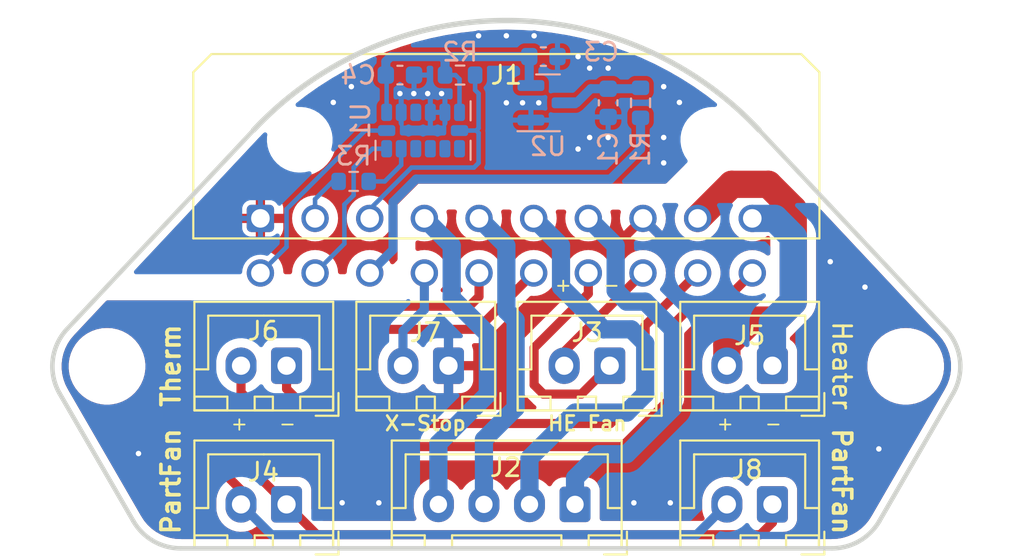
<source format=kicad_pcb>
(kicad_pcb (version 20211014) (generator pcbnew)
  (layers (0 "F.Cu" signal) (31 "B.Cu" signal) (34 "B.Paste" user) (35 "F.Paste" user) (36 "B.SilkS" user "B.Silkscreen") (37 "F.SilkS" user "F.Silkscreen") (38 "B.Mask" user) (39 "F.Mask" user) (44 "Edge.Cuts" user))
  (net 0 "")
  (net 1 "GND")
  (net 2 "/Hotend_Fan+")
  (net 3 "/Hotend_Fan-")
  (net 4 "/PartFan-")
  (net 5 "/PartFan+")
  (net 6 "/Thermistor_2")
  (net 7 "/Thermistor_1")
  (net 8 "/Endstop_Sig")
  (net 9 "/Heater1")
  (net 10 "/Heater2")
  (net 11 "/Motor_B2")
  (net 12 "/Motor_B1")
  (net 13 "/Motor_A2")
  (net 14 "/Motor_A1")
  (net 20 "Net-(C1-Pad1)")
  (net 21 "GND1")
  (net 22 "+3V3")
  (net 23 "Net-(R3-Pad2)")
  (net 24 "/ADXL_SDI")
  (net 25 "/ADXL_SDO")
  (net 26 "/ADXL_CS")
  (net 27 "/ADXL_SCLK")
  (net 28 "VCC")
  (footprint "Toolhead_PCB:Molex_Micro-Fit_3.0_43045-2000_2x10_P3.00mm_Horizontal" (layer "F.Cu") (at 86.5 91.872)
    (fp_text reference "J1" (at 13.5 -7.874) (layer "F.SilkS"))
    (fp_text value "Conn_02x10_Top_Bottom")
    (fp_line (start 29.685 -9.03) (end 30.685 -8.03) (layer "F.SilkS") (width 0.12))
    (fp_line (start 30.685 -8.03) (end 30.685 1.1) (layer "F.SilkS") (width 0.12))
    (fp_line (start 30.685 1.1) (end -3.685 1.1) (layer "F.SilkS") (width 0.12))
    (fp_line (start -3.685 1.1) (end -3.685 -8.03) (layer "F.SilkS") (width 0.12))
    (fp_line (start -2.685 -9.03) (end 29.685 -9.03) (layer "F.SilkS") (width 0.12))
    (fp_line (start -3.685 -8.03) (end -2.685 -9.03) (layer "F.SilkS") (width 0.12))
    (pad "" np_thru_hole circle (at 2.16 -4.32) (size 3 3) (drill 3) (layers *.Cu *.Mask))
    (pad "" np_thru_hole circle (at 24.86 -4.32) (size 3 3) (drill 3) (layers *.Cu *.Mask))
    (pad "1" thru_hole roundrect (at 0 0) (size 1.5 1.5) (drill 1.02) (layers *.Cu *.Mask) (roundrect_rratio 0.1666673333) (net 21 "GND1"))
    (pad "2" thru_hole circle (at 3 0) (size 1.5 1.5) (drill 1.02) (layers *.Cu *.Mask) (net 25 "/ADXL_SDO"))
    (pad "3" thru_hole circle (at 6 0) (size 1.5 1.5) (drill 1.02) (layers *.Cu *.Mask) (net 26 "/ADXL_CS"))
    (pad "4" thru_hole circle (at 9 0) (size 1.5 1.5) (drill 1.02) (layers *.Cu *.Mask) (net 14 "/Motor_A1"))
    (pad "5" thru_hole circle (at 12 0) (size 1.5 1.5) (drill 1.02) (layers *.Cu *.Mask) (net 13 "/Motor_A2"))
    (pad "6" thru_hole circle (at 15 0) (size 1.5 1.5) (drill 1.02) (layers *.Cu *.Mask) (net 12 "/Motor_B1"))
    (pad "7" thru_hole circle (at 18 0) (size 1.5 1.5) (drill 1.02) (layers *.Cu *.Mask) (net 11 "/Motor_B2"))
    (pad "8" thru_hole circle (at 21 0) (size 1.5 1.5) (drill 1.02) (layers *.Cu *.Mask) (net 1 "GND"))
    (pad "9" thru_hole circle (at 24 0) (size 1.5 1.5) (drill 1.02) (layers *.Cu *.Mask) (net 10 "/Heater2"))
    (pad "10" thru_hole circle (at 27 0) (size 1.5 1.5) (drill 1.02) (layers *.Cu *.Mask) (net 9 "/Heater1"))
    (pad "11" thru_hole circle (at 0 3) (size 1.5 1.5) (drill 1.02) (layers *.Cu *.Mask) (net 27 "/ADXL_SCLK"))
    (pad "12" thru_hole circle (at 3 3) (size 1.5 1.5) (drill 1.02) (layers *.Cu *.Mask) (net 24 "/ADXL_SDI"))
    (pad "13" thru_hole circle (at 6 3) (size 1.5 1.5) (drill 1.02) (layers *.Cu *.Mask) (net 28 "VCC"))
    (pad "14" thru_hole circle (at 9 3) (size 1.5 1.5) (drill 1.02) (layers *.Cu *.Mask) (net 8 "/Endstop_Sig"))
    (pad "15" thru_hole circle (at 12 3) (size 1.5 1.5) (drill 1.02) (layers *.Cu *.Mask) (net 5 "/PartFan+"))
    (pad "16" thru_hole circle (at 15 3) (size 1.5 1.5) (drill 1.02) (layers *.Cu *.Mask) (net 4 "/PartFan-"))
    (pad "17" thru_hole circle (at 18 3) (size 1.5 1.5) (drill 1.02) (layers *.Cu *.Mask) (net 3 "/Hotend_Fan-"))
    (pad "18" thru_hole circle (at 21 3) (size 1.5 1.5) (drill 1.02) (layers *.Cu *.Mask) (net 2 "/Hotend_Fan+"))
    (pad "19" thru_hole circle (at 24 3) (size 1.5 1.5) (drill 1.02) (layers *.Cu *.Mask) (net 7 "/Thermistor_1"))
    (pad "20" thru_hole circle (at 27 3) (size 1.5 1.5) (drill 1.02) (layers *.Cu *.Mask) (net 6 "/Thermistor_2"))
  )
  (footprint "MountingHole:MountingHole_3.2mm_M3" (layer "F.Cu") (at 78.08 100)
    (fp_text reference "H1")
    (fp_text value "MountingHole")
    (pad "" np_thru_hole circle locked (at 0 0) (size 3.2 3.2) (drill 3.2) (layers *.Cu *.Mask))
  )
  (footprint "MountingHole:MountingHole_3.2mm_M3" (layer "F.Cu") (at 121.92 100)
    (fp_text reference "H2")
    (fp_text value "MountingHole")
    (pad "" np_thru_hole circle locked (at 0 0) (size 3.2 3.2) (drill 3.2) (layers *.Cu *.Mask))
  )
  (footprint "Connector_JST:JST_XH_B2B-XH-A_1x02_P2.50mm_Vertical" (layer "F.Cu") (at 96.825 99.966 180)
    (fp_text reference "J7" (at 1.27 1.825) (layer "F.SilkS"))
    (fp_text value "X-Endstop")
    (fp_line (start 5.06 3.51) (end 5.06 -2.46) (layer "F.SilkS") (width 0.12))
    (fp_line (start 3.25 -2.45) (end 3.25 -1.7) (layer "F.SilkS") (width 0.12))
    (fp_line (start 3.25 -1.7) (end 5.05 -1.7) (layer "F.SilkS") (width 0.12))
    (fp_line (start -2.85 -2.75) (end -2.85 -1.5) (layer "F.SilkS") (width 0.12))
    (fp_line (start -2.55 -2.45) (end -2.55 -1.7) (layer "F.SilkS") (width 0.12))
    (fp_line (start 4.3 2.75) (end 1.25 2.75) (layer "F.SilkS") (width 0.12))
    (fp_line (start -1.6 -2.75) (end -2.85 -2.75) (layer "F.SilkS") (width 0.12))
    (fp_line (start -2.56 -2.46) (end -2.56 3.51) (layer "F.SilkS") (width 0.12))
    (fp_line (start -2.55 -1.7) (end -0.75 -1.7) (layer "F.SilkS") (width 0.12))
    (fp_line (start 0.75 -1.7) (end 1.75 -1.7) (layer "F.SilkS") (width 0.12))
    (fp_line (start 5.06 -2.46) (end -2.56 -2.46) (layer "F.SilkS") (width 0.12))
    (fp_line (start -2.55 -0.2) (end -1.8 -0.2) (layer "F.SilkS") (width 0.12))
    (fp_line (start 5.05 -0.2) (end 4.3 -0.2) (layer "F.SilkS") (width 0.12))
    (fp_line (start -0.75 -1.7) (end -0.75 -2.45) (layer "F.SilkS") (width 0.12))
    (fp_line (start 5.05 -2.45) (end 3.25 -2.45) (layer "F.SilkS") (width 0.12))
    (fp_line (start 5.05 -1.7) (end 5.05 -2.45) (layer "F.SilkS") (width 0.12))
    (fp_line (start 1.75 -1.7) (end 1.75 -2.45) (layer "F.SilkS") (width 0.12))
    (fp_line (start 0.75 -2.45) (end 0.75 -1.7) (layer "F.SilkS") (width 0.12))
    (fp_line (start -0.75 -2.45) (end -2.55 -2.45) (layer "F.SilkS") (width 0.12))
    (fp_line (start -1.8 -0.2) (end -1.8 2.75) (layer "F.SilkS") (width 0.12))
    (fp_line (start 4.3 -0.2) (end 4.3 2.75) (layer "F.SilkS") (width 0.12))
    (fp_line (start 1.75 -2.45) (end 0.75 -2.45) (layer "F.SilkS") (width 0.12))
    (fp_line (start -1.8 2.75) (end 1.25 2.75) (layer "F.SilkS") (width 0.12))
    (fp_line (start -2.56 3.51) (end 5.06 3.51) (layer "F.SilkS") (width 0.12))
    (pad "1" thru_hole roundrect locked (at 0 0 180) (size 1.7 2) (drill 1) (layers *.Cu *.Mask) (roundrect_rratio 0.1470588235) (net 1 "GND"))
    (pad "2" thru_hole oval locked (at 2.5 0 180) (size 1.7 2) (drill 1) (layers *.Cu *.Mask) (net 8 "/Endstop_Sig"))
  )
  (footprint "Connector_JST:JST_XH_B2B-XH-A_1x02_P2.50mm_Vertical" (layer "F.Cu") (at 114.605 99.966 180)
    (fp_text reference "J5" (at 1.25 1.651) (layer "F.SilkS"))
    (fp_text value "Heater")
    (fp_line (start -2.55 -0.2) (end -1.8 -0.2) (layer "F.SilkS") (width 0.12))
    (fp_line (start -0.75 -1.7) (end -0.75 -2.45) (layer "F.SilkS") (width 0.12))
    (fp_line (start 5.05 -0.2) (end 4.3 -0.2) (layer "F.SilkS") (width 0.12))
    (fp_line (start -2.56 3.51) (end 5.06 3.51) (layer "F.SilkS") (width 0.12))
    (fp_line (start -1.8 -0.2) (end -1.8 2.75) (layer "F.SilkS") (width 0.12))
    (fp_line (start -2.56 -2.46) (end -2.56 3.51) (layer "F.SilkS") (width 0.12))
    (fp_line (start -1.6 -2.75) (end -2.85 -2.75) (layer "F.SilkS") (width 0.12))
    (fp_line (start 1.75 -1.7) (end 1.75 -2.45) (layer "F.SilkS") (width 0.12))
    (fp_line (start 3.25 -2.45) (end 3.25 -1.7) (layer "F.SilkS") (width 0.12))
    (fp_line (start 0.75 -2.45) (end 0.75 -1.7) (layer "F.SilkS") (width 0.12))
    (fp_line (start 5.05 -1.7) (end 5.05 -2.45) (layer "F.SilkS") (width 0.12))
    (fp_line (start 4.3 -0.2) (end 4.3 2.75) (layer "F.SilkS") (width 0.12))
    (fp_line (start 3.25 -1.7) (end 5.05 -1.7) (layer "F.SilkS") (width 0.12))
    (fp_line (start -2.55 -1.7) (end -0.75 -1.7) (layer "F.SilkS") (width 0.12))
    (fp_line (start 5.06 -2.46) (end -2.56 -2.46) (layer "F.SilkS") (width 0.12))
    (fp_line (start -1.8 2.75) (end 1.25 2.75) (layer "F.SilkS") (width 0.12))
    (fp_line (start -0.75 -2.45) (end -2.55 -2.45) (layer "F.SilkS") (width 0.12))
    (fp_line (start -2.55 -2.45) (end -2.55 -1.7) (layer "F.SilkS") (width 0.12))
    (fp_line (start 0.75 -1.7) (end 1.75 -1.7) (layer "F.SilkS") (width 0.12))
    (fp_line (start 4.3 2.75) (end 1.25 2.75) (layer "F.SilkS") (width 0.12))
    (fp_line (start 5.05 -2.45) (end 3.25 -2.45) (layer "F.SilkS") (width 0.12))
    (fp_line (start -2.85 -2.75) (end -2.85 -1.5) (layer "F.SilkS") (width 0.12))
    (fp_line (start 5.06 3.51) (end 5.06 -2.46) (layer "F.SilkS") (width 0.12))
    (fp_line (start 1.75 -2.45) (end 0.75 -2.45) (layer "F.SilkS") (width 0.12))
    (pad "1" thru_hole roundrect locked (at 0 0 180) (size 1.7 2) (drill 1) (layers *.Cu *.Mask) (roundrect_rratio 0.1470588235) (net 9 "/Heater1"))
    (pad "2" thru_hole oval locked (at 2.5 0 180) (size 1.7 2) (drill 1) (layers *.Cu *.Mask) (net 10 "/Heater2"))
  )
  (footprint "Connector_JST:JST_XH_B2B-XH-A_1x02_P2.50mm_Vertical" (layer "F.Cu") (at 105.675 99.966 180)
    (fp_text reference "J3" (at 1.24 1.825) (layer "F.SilkS"))
    (fp_text value "Hotend Fan")
    (fp_line (start -2.56 -2.46) (end -2.56 3.51) (layer "F.SilkS") (width 0.12))
    (fp_line (start -1.6 -2.75) (end -2.85 -2.75) (layer "F.SilkS") (width 0.12))
    (fp_line (start 5.05 -1.7) (end 5.05 -2.45) (layer "F.SilkS") (width 0.12))
    (fp_line (start -1.8 -0.2) (end -1.8 2.75) (layer "F.SilkS") (width 0.12))
    (fp_line (start 5.06 3.51) (end 5.06 -2.46) (layer "F.SilkS") (width 0.12))
    (fp_line (start -2.85 -2.75) (end -2.85 -1.5) (layer "F.SilkS") (width 0.12))
    (fp_line (start -2.55 -0.2) (end -1.8 -0.2) (layer "F.SilkS") (width 0.12))
    (fp_line (start 3.25 -2.45) (end 3.25 -1.7) (layer "F.SilkS") (width 0.12))
    (fp_line (start 0.75 -1.7) (end 1.75 -1.7) (layer "F.SilkS") (width 0.12))
    (fp_line (start 4.3 -0.2) (end 4.3 2.75) (layer "F.SilkS") (width 0.12))
    (fp_line (start 1.75 -2.45) (end 0.75 -2.45) (layer "F.SilkS") (width 0.12))
    (fp_line (start 5.06 -2.46) (end -2.56 -2.46) (layer "F.SilkS") (width 0.12))
    (fp_line (start 5.05 -2.45) (end 3.25 -2.45) (layer "F.SilkS") (width 0.12))
    (fp_line (start 3.25 -1.7) (end 5.05 -1.7) (layer "F.SilkS") (width 0.12))
    (fp_line (start -2.55 -1.7) (end -0.75 -1.7) (layer "F.SilkS") (width 0.12))
    (fp_line (start -2.55 -2.45) (end -2.55 -1.7) (layer "F.SilkS") (width 0.12))
    (fp_line (start 0.75 -2.45) (end 0.75 -1.7) (layer "F.SilkS") (width 0.12))
    (fp_line (start -1.8 2.75) (end 1.25 2.75) (layer "F.SilkS") (width 0.12))
    (fp_line (start 1.75 -1.7) (end 1.75 -2.45) (layer "F.SilkS") (width 0.12))
    (fp_line (start -0.75 -1.7) (end -0.75 -2.45) (layer "F.SilkS") (width 0.12))
    (fp_line (start -2.56 3.51) (end 5.06 3.51) (layer "F.SilkS") (width 0.12))
    (fp_line (start 4.3 2.75) (end 1.25 2.75) (layer "F.SilkS") (width 0.12))
    (fp_line (start -0.75 -2.45) (end -2.55 -2.45) (layer "F.SilkS") (width 0.12))
    (fp_line (start 5.05 -0.2) (end 4.3 -0.2) (layer "F.SilkS") (width 0.12))
    (pad "1" thru_hole roundrect locked (at 0 0 180) (size 1.7 2) (drill 1) (layers *.Cu *.Mask) (roundrect_rratio 0.1470588235) (net 3 "/Hotend_Fan-"))
    (pad "2" thru_hole oval locked (at 2.5 0 180) (size 1.7 2) (drill 1) (layers *.Cu *.Mask) (net 2 "/Hotend_Fan+"))
  )
  (footprint "Connector_JST:JST_XH_B2B-XH-A_1x02_P2.50mm_Vertical" (layer "F.Cu") (at 87.935 99.966 180)
    (fp_text reference "J6" (at 1.27 1.905) (layer "F.SilkS"))
    (fp_text value "Thermistor")
    (fp_line (start 0.75 -1.7) (end 1.75 -1.7) (layer "F.SilkS") (width 0.12))
    (fp_line (start -2.85 -2.75) (end -2.85 -1.5) (layer "F.SilkS") (width 0.12))
    (fp_line (start 5.05 -1.7) (end 5.05 -2.45) (layer "F.SilkS") (width 0.12))
    (fp_line (start -1.8 2.75) (end 1.25 2.75) (layer "F.SilkS") (width 0.12))
    (fp_line (start -2.56 -2.46) (end -2.56 3.51) (layer "F.SilkS") (width 0.12))
    (fp_line (start 4.3 2.75) (end 1.25 2.75) (layer "F.SilkS") (width 0.12))
    (fp_line (start 3.25 -1.7) (end 5.05 -1.7) (layer "F.SilkS") (width 0.12))
    (fp_line (start -0.75 -2.45) (end -2.55 -2.45) (layer "F.SilkS") (width 0.12))
    (fp_line (start -1.6 -2.75) (end -2.85 -2.75) (layer "F.SilkS") (width 0.12))
    (fp_line (start 5.05 -0.2) (end 4.3 -0.2) (layer "F.SilkS") (width 0.12))
    (fp_line (start -2.55 -1.7) (end -0.75 -1.7) (layer "F.SilkS") (width 0.12))
    (fp_line (start 4.3 -0.2) (end 4.3 2.75) (layer "F.SilkS") (width 0.12))
    (fp_line (start 1.75 -1.7) (end 1.75 -2.45) (layer "F.SilkS") (width 0.12))
    (fp_line (start 1.75 -2.45) (end 0.75 -2.45) (layer "F.SilkS") (width 0.12))
    (fp_line (start -0.75 -1.7) (end -0.75 -2.45) (layer "F.SilkS") (width 0.12))
    (fp_line (start -2.56 3.51) (end 5.06 3.51) (layer "F.SilkS") (width 0.12))
    (fp_line (start -2.55 -0.2) (end -1.8 -0.2) (layer "F.SilkS") (width 0.12))
    (fp_line (start 0.75 -2.45) (end 0.75 -1.7) (layer "F.SilkS") (width 0.12))
    (fp_line (start -2.55 -2.45) (end -2.55 -1.7) (layer "F.SilkS") (width 0.12))
    (fp_line (start 5.05 -2.45) (end 3.25 -2.45) (layer "F.SilkS") (width 0.12))
    (fp_line (start 5.06 -2.46) (end -2.56 -2.46) (layer "F.SilkS") (width 0.12))
    (fp_line (start 5.06 3.51) (end 5.06 -2.46) (layer "F.SilkS") (width 0.12))
    (fp_line (start 3.25 -2.45) (end 3.25 -1.7) (layer "F.SilkS") (width 0.12))
    (fp_line (start -1.8 -0.2) (end -1.8 2.75) (layer "F.SilkS") (width 0.12))
    (pad "1" thru_hole roundrect locked (at 0 0 180) (size 1.7 2) (drill 1) (layers *.Cu *.Mask) (roundrect_rratio 0.1470588235) (net 7 "/Thermistor_1"))
    (pad "2" thru_hole oval locked (at 2.5 0 180) (size 1.7 2) (drill 1) (layers *.Cu *.Mask) (net 6 "/Thermistor_2"))
  )
  (footprint "Connector_JST:JST_XH_B2B-XH-A_1x02_P2.50mm_Vertical" (layer "F.Cu") (at 87.935 107.586 180)
    (fp_text reference "J4" (at 1.27 1.778) (layer "F.SilkS"))
    (fp_text value "Part Cooling Fan")
    (fp_line (start 0.75 -1.7) (end 1.75 -1.7) (layer "F.SilkS") (width 0.12))
    (fp_line (start -2.85 -2.75) (end -2.85 -1.5) (layer "F.SilkS") (width 0.12))
    (fp_line (start 3.25 -1.7) (end 5.05 -1.7) (layer "F.SilkS") (width 0.12))
    (fp_line (start 5.06 3.51) (end 5.06 -2.46) (layer "F.SilkS") (width 0.12))
    (fp_line (start 0.75 -2.45) (end 0.75 -1.7) (layer "F.SilkS") (width 0.12))
    (fp_line (start 5.05 -1.7) (end 5.05 -2.45) (layer "F.SilkS") (width 0.12))
    (fp_line (start -1.8 -0.2) (end -1.8 2.75) (layer "F.SilkS") (width 0.12))
    (fp_line (start -2.56 -2.46) (end -2.56 3.51) (layer "F.SilkS") (width 0.12))
    (fp_line (start -0.75 -1.7) (end -0.75 -2.45) (layer "F.SilkS") (width 0.12))
    (fp_line (start 4.3 2.75) (end 1.25 2.75) (layer "F.SilkS") (width 0.12))
    (fp_line (start 1.75 -1.7) (end 1.75 -2.45) (layer "F.SilkS") (width 0.12))
    (fp_line (start 1.75 -2.45) (end 0.75 -2.45) (layer "F.SilkS") (width 0.12))
    (fp_line (start -1.6 -2.75) (end -2.85 -2.75) (layer "F.SilkS") (width 0.12))
    (fp_line (start 4.3 -0.2) (end 4.3 2.75) (layer "F.SilkS") (width 0.12))
    (fp_line (start 5.05 -2.45) (end 3.25 -2.45) (layer "F.SilkS") (width 0.12))
    (fp_line (start 3.25 -2.45) (end 3.25 -1.7) (layer "F.SilkS") (width 0.12))
    (fp_line (start 5.05 -0.2) (end 4.3 -0.2) (layer "F.SilkS") (width 0.12))
    (fp_line (start -2.55 -0.2) (end -1.8 -0.2) (layer "F.SilkS") (width 0.12))
    (fp_line (start -2.55 -2.45) (end -2.55 -1.7) (layer "F.SilkS") (width 0.12))
    (fp_line (start -2.55 -1.7) (end -0.75 -1.7) (layer "F.SilkS") (width 0.12))
    (fp_line (start -1.8 2.75) (end 1.25 2.75) (layer "F.SilkS") (width 0.12))
    (fp_line (start -2.56 3.51) (end 5.06 3.51) (layer "F.SilkS") (width 0.12))
    (fp_line (start 5.06 -2.46) (end -2.56 -2.46) (layer "F.SilkS") (width 0.12))
    (fp_line (start -0.75 -2.45) (end -2.55 -2.45) (layer "F.SilkS") (width 0.12))
    (pad "1" thru_hole roundrect locked (at 0 0 180) (size 1.7 2) (drill 1) (layers *.Cu *.Mask) (roundrect_rratio 0.1470588235) (net 4 "/PartFan-"))
    (pad "2" thru_hole oval locked (at 2.5 0 180) (size 1.7 2) (drill 1) (layers *.Cu *.Mask) (net 5 "/PartFan+"))
  )
  (footprint "Connector_JST:JST_XH_B4B-XH-A_1x04_P2.50mm_Vertical" (layer "F.Cu") (at 103.77 107.586 180)
    (fp_text reference "J2" (at 3.81 2.032) (layer "F.SilkS"))
    (fp_text value "Motor")
    (fp_line (start 8.25 -1.7) (end 10.05 -1.7) (layer "F.SilkS") (width 0.12))
    (fp_line (start 0.75 -2.45) (end 0.75 -1.7) (layer "F.SilkS") (width 0.12))
    (fp_line (start -2.55 -1.7) (end -0.75 -1.7) (layer "F.SilkS") (width 0.12))
    (fp_line (start -2.55 -2.45) (end -2.55 -1.7) (layer "F.SilkS") (width 0.12))
    (fp_line (start 8.25 -2.45) (end 8.25 -1.7) (layer "F.SilkS") (width 0.12))
    (fp_line (start 9.3 2.75) (end 3.75 2.75) (layer "F.SilkS") (width 0.12))
    (fp_line (start 6.75 -2.45) (end 0.75 -2.45) (layer "F.SilkS") (width 0.12))
    (fp_line (start 10.06 3.51) (end 10.06 -2.46) (layer "F.SilkS") (width 0.12))
    (fp_line (start -1.8 -0.2) (end -1.8 2.75) (layer "F.SilkS") (width 0.12))
    (fp_line (start 0.75 -1.7) (end 6.75 -1.7) (layer "F.SilkS") (width 0.12))
    (fp_line (start -2.85 -2.75) (end -2.85 -1.5) (layer "F.SilkS") (width 0.12))
    (fp_line (start -1.6 -2.75) (end -2.85 -2.75) (layer "F.SilkS") (width 0.12))
    (fp_line (start -2.55 -0.2) (end -1.8 -0.2) (layer "F.SilkS") (width 0.12))
    (fp_line (start 9.3 -0.2) (end 9.3 2.75) (layer "F.SilkS") (width 0.12))
    (fp_line (start 6.75 -1.7) (end 6.75 -2.45) (layer "F.SilkS") (width 0.12))
    (fp_line (start 10.06 -2.46) (end -2.56 -2.46) (layer "F.SilkS") (width 0.12))
    (fp_line (start 10.05 -2.45) (end 8.25 -2.45) (layer "F.SilkS") (width 0.12))
    (fp_line (start -0.75 -2.45) (end -2.55 -2.45) (layer "F.SilkS") (width 0.12))
    (fp_line (start 10.05 -0.2) (end 9.3 -0.2) (layer "F.SilkS") (width 0.12))
    (fp_line (start -1.8 2.75) (end 3.75 2.75) (layer "F.SilkS") (width 0.12))
    (fp_line (start -2.56 3.51) (end 10.06 3.51) (layer "F.SilkS") (width 0.12))
    (fp_line (start 10.05 -1.7) (end 10.05 -2.45) (layer "F.SilkS") (width 0.12))
    (fp_line (start -2.56 -2.46) (end -2.56 3.51) (layer "F.SilkS") (width 0.12))
    (fp_line (start -0.75 -1.7) (end -0.75 -2.45) (layer "F.SilkS") (width 0.12))
    (pad "1" thru_hole roundrect locked (at 0 0 180) (size 1.7 1.95) (drill 0.95) (layers *.Cu *.Mask) (roundrect_rratio 0.1470588235) (net 11 "/Motor_B2"))
    (pad "2" thru_hole oval locked (at 2.5 0 180) (size 1.7 1.95) (drill 0.95) (layers *.Cu *.Mask) (net 12 "/Motor_B1"))
    (pad "3" thru_hole oval locked (at 5 0 180) (size 1.7 1.95) (drill 0.95) (layers *.Cu *.Mask) (net 13 "/Motor_A2"))
    (pad "4" thru_hole oval locked (at 7.5 0 180) (size 1.7 1.95) (drill 0.95) (layers *.Cu *.Mask) (net 14 "/Motor_A1"))
  )
  (footprint "Connector_JST:JST_XH_B2B-XH-A_1x02_P2.50mm_Vertical" (layer "F.Cu") (at 114.605 107.586 180)
    (fp_text reference "J8" (at 1.397 1.905) (layer "F.SilkS"))
    (fp_text value "Part Cooling Fan")
    (fp_line (start 1.75 -1.7) (end 1.75 -2.45) (layer "F.SilkS") (width 0.12))
    (fp_line (start -2.56 3.51) (end 5.06 3.51) (layer "F.SilkS") (width 0.12))
    (fp_line (start -0.75 -2.45) (end -2.55 -2.45) (layer "F.SilkS") (width 0.12))
    (fp_line (start 1.75 -2.45) (end 0.75 -2.45) (layer "F.SilkS") (width 0.12))
    (fp_line (start 5.05 -2.45) (end 3.25 -2.45) (layer "F.SilkS") (width 0.12))
    (fp_line (start 5.05 -0.2) (end 4.3 -0.2) (layer "F.SilkS") (width 0.12))
    (fp_line (start -0.75 -1.7) (end -0.75 -2.45) (layer "F.SilkS") (width 0.12))
    (fp_line (start 3.25 -1.7) (end 5.05 -1.7) (layer "F.SilkS") (width 0.12))
    (fp_line (start 4.3 -0.2) (end 4.3 2.75) (layer "F.SilkS") (width 0.12))
    (fp_line (start -2.55 -0.2) (end -1.8 -0.2) (layer "F.SilkS") (width 0.12))
    (fp_line (start 5.05 -1.7) (end 5.05 -2.45) (layer "F.SilkS") (width 0.12))
    (fp_line (start 3.25 -2.45) (end 3.25 -1.7) (layer "F.SilkS") (width 0.12))
    (fp_line (start -2.85 -2.75) (end -2.85 -1.5) (layer "F.SilkS") (width 0.12))
    (fp_line (start -1.8 -0.2) (end -1.8 2.75) (layer "F.SilkS") (width 0.12))
    (fp_line (start 5.06 -2.46) (end -2.56 -2.46) (layer "F.SilkS") (width 0.12))
    (fp_line (start 0.75 -2.45) (end 0.75 -1.7) (layer "F.SilkS") (width 0.12))
    (fp_line (start -1.8 2.75) (end 1.25 2.75) (layer "F.SilkS") (width 0.12))
    (fp_line (start 5.06 3.51) (end 5.06 -2.46) (layer "F.SilkS") (width 0.12))
    (fp_line (start 4.3 2.75) (end 1.25 2.75) (layer "F.SilkS") (width 0.12))
    (fp_line (start -2.56 -2.46) (end -2.56 3.51) (layer "F.SilkS") (width 0.12))
    (fp_line (start -2.55 -1.7) (end -0.75 -1.7) (layer "F.SilkS") (width 0.12))
    (fp_line (start -1.6 -2.75) (end -2.85 -2.75) (layer "F.SilkS") (width 0.12))
    (fp_line (start 0.75 -1.7) (end 1.75 -1.7) (layer "F.SilkS") (width 0.12))
    (fp_line (start -2.55 -2.45) (end -2.55 -1.7) (layer "F.SilkS") (width 0.12))
    (pad "1" thru_hole roundrect locked (at 0 0 180) (size 1.7 2) (drill 1) (layers *.Cu *.Mask) (roundrect_rratio 0.1470588235) (net 4 "/PartFan-"))
    (pad "2" thru_hole oval locked (at 2.5 0 180) (size 1.7 2) (drill 1) (layers *.Cu *.Mask) (net 5 "/PartFan+"))
  )
  (footprint "Capacitor_SMD:C_0603_1608Metric" (layer "B.Cu") (at 102.032 82.982)
    (fp_text reference "C3" (at 3.175 -0.254) (layer "B.SilkS") (effects (justify mirror)))
    (fp_text value "4.7u/16V/X5R")
    (fp_line (start -0.14058 -0.51) (end 0.14058 -0.51) (layer "B.SilkS") (width 0.12))
    (fp_line (start -0.14058 0.51) (end 0.14058 0.51) (layer "B.SilkS") (width 0.12))
    (pad "1" smd roundrect (at -0.775 0) (size 0.9 0.95) (layers "B.Cu" "B.Paste" "B.Mask") (net 22 "+3V3"))
    (pad "2" smd roundrect (at 0.775 0) (size 0.9 0.95) (layers "B.Cu" "B.Paste" "B.Mask") (net 21 "GND1"))
  )
  (footprint "Capacitor_SMD:C_0603_1608Metric" (layer "B.Cu") (at 105.588 85.522 -90)
    (fp_text reference "C1" (at 2.54 0 90) (layer "B.SilkS") (effects (justify mirror)))
    (fp_text value "4.7u/16V/X5R")
    (fp_line (start -0.14058 -0.51) (end 0.14058 -0.51) (layer "B.SilkS") (width 0.12))
    (fp_line (start -0.14058 0.51) (end 0.14058 0.51) (layer "B.SilkS") (width 0.12))
    (pad "1" smd roundrect (at -0.775 0 270) (size 0.9 0.95) (layers "B.Cu" "B.Paste" "B.Mask") (net 20 "Net-(C1-Pad1)"))
    (pad "2" smd roundrect (at 0.775 0 270) (size 0.9 0.95) (layers "B.Cu" "B.Paste" "B.Mask") (net 21 "GND1"))
  )
  (footprint "Package_LGA:LGA-14_3x5mm_P0.8mm_LayoutBorder1x6y" (layer "B.Cu") (at 95.428 87.046 -90)
    (fp_text reference "U1" (at -0.546 3.428 90) (layer "B.SilkS") (effects (justify mirror)))
    (fp_text value "ADXL345BCCZ")
    (fp_line (start 0.56 2.61) (end 1.61 2.61) (layer "B.SilkS") (width 0.12))
    (fp_line (start 0.56 -2.61) (end 1.61 -2.61) (layer "B.SilkS") (width 0.12))
    (fp_line (start -0.56 -2.61) (end -1.61 -2.61) (layer "B.SilkS") (width 0.12))
    (pad "1" smd roundrect (at -1 2 270) (size 0.95 0.6) (layers "B.Cu" "B.Paste" "B.Mask") (net 22 "+3V3"))
    (pad "2" smd roundrect (at -1 1.2 270) (size 0.95 0.6) (layers "B.Cu" "B.Paste" "B.Mask") (net 21 "GND1"))
    (pad "3" smd roundrect (at -1 0.4 270) (size 0.95 0.6) (layers "B.Cu" "B.Paste" "B.Mask"))
    (pad "4" smd roundrect (at -1 -0.4 270) (size 0.95 0.6) (layers "B.Cu" "B.Paste" "B.Mask") (net 21 "GND1"))
    (pad "5" smd roundrect (at -1 -1.2 270) (size 0.95 0.6) (layers "B.Cu" "B.Paste" "B.Mask") (net 21 "GND1"))
    (pad "6" smd roundrect (at -1 -2 270) (size 0.95 0.6) (layers "B.Cu" "B.Paste" "B.Mask") (net 22 "+3V3"))
    (pad "7" smd roundrect (at 0 -2 270) (size 0.6 0.95) (layers "B.Cu" "B.Paste" "B.Mask") (net 26 "/ADXL_CS"))
    (pad "8" smd roundrect (at 1 -2 270) (size 0.95 0.6) (layers "B.Cu" "B.Paste" "B.Mask"))
    (pad "9" smd roundrect (at 1 -1.2 270) (size 0.95 0.6) (layers "B.Cu" "B.Paste" "B.Mask"))
    (pad "10" smd roundrect (at 1 -0.4 270) (size 0.95 0.6) (layers "B.Cu" "B.Paste" "B.Mask"))
    (pad "11" smd roundrect (at 1 0.4 270) (size 0.95 0.6) (layers "B.Cu" "B.Paste" "B.Mask"))
    (pad "12" smd roundrect (at 1 1.2 270) (size 0.95 0.6) (layers "B.Cu" "B.Paste" "B.Mask") (net 23 "Net-(R3-Pad2)"))
    (pad "13" smd roundrect (at 1 2 270) (size 0.95 0.6) (layers "B.Cu" "B.Paste" "B.Mask") (net 24 "/ADXL_SDI"))
    (pad "14" smd roundrect (at 0 2 270) (size 0.6 0.95) (layers "B.Cu" "B.Paste" "B.Mask") (net 27 "/ADXL_SCLK"))
  )
  (footprint "Resistor_SMD:R_0603_1608Metric" (layer "B.Cu") (at 97.46 83.998 180)
    (fp_text reference "R2" (at 0 1.27) (layer "B.SilkS") (effects (justify mirror)))
    (fp_text value "10K")
    (fp_line (start -0.237258 0.5225) (end 0.237258 0.5225) (layer "B.SilkS") (width 0.12))
    (fp_line (start -0.237258 -0.5225) (end 0.237258 -0.5225) (layer "B.SilkS") (width 0.12))
    (pad "1" smd roundrect (at -0.825 0 180) (size 0.8 0.95) (layers "B.Cu" "B.Paste" "B.Mask") (net 26 "/ADXL_CS"))
    (pad "2" smd roundrect (at 0.825 0 180) (size 0.8 0.95) (layers "B.Cu" "B.Paste" "B.Mask") (net 22 "+3V3"))
  )
  (footprint "Resistor_SMD:R_0603_1608Metric" (layer "B.Cu") (at 107.366 85.522 90)
    (fp_text reference "R1" (at -2.54 0 90) (layer "B.SilkS") (effects (justify mirror)))
    (fp_text value "10R")
    (fp_line (start -0.237258 0.5225) (end 0.237258 0.5225) (layer "B.SilkS") (width 0.12))
    (fp_line (start -0.237258 -0.5225) (end 0.237258 -0.5225) (layer "B.SilkS") (width 0.12))
    (pad "1" smd roundrect (at -0.825 0 90) (size 0.8 0.95) (layers "B.Cu" "B.Paste" "B.Mask") (net 28 "VCC"))
    (pad "2" smd roundrect (at 0.825 0 90) (size 0.8 0.95) (layers "B.Cu" "B.Paste" "B.Mask") (net 20 "Net-(C1-Pad1)"))
  )
  (footprint "Capacitor_SMD:C_0603_1608Metric" (layer "B.Cu") (at 94.158 83.998)
    (fp_text reference "C4" (at -2.286 0) (layer "B.SilkS") (effects (justify mirror)))
    (fp_text value "10n/NP0")
    (fp_line (start -0.14058 -0.51) (end 0.14058 -0.51) (layer "B.SilkS") (width 0.12))
    (fp_line (start -0.14058 0.51) (end 0.14058 0.51) (layer "B.SilkS") (width 0.12))
    (pad "1" smd roundrect (at -0.775 0) (size 0.9 0.95) (layers "B.Cu" "B.Paste" "B.Mask") (net 22 "+3V3"))
    (pad "2" smd roundrect (at 0.775 0) (size 0.9 0.95) (layers "B.Cu" "B.Paste" "B.Mask") (net 21 "GND1"))
  )
  (footprint "Package_TO_SOT_SMD:SOT-23" (layer "B.Cu") (at 102.286 85.522)
    (fp_text reference "U2" (at 0 2.4) (layer "B.SilkS") (effects (justify mirror)))
    (fp_text value "XC6206PxxxMR")
    (fp_line (start 0 1.56) (end -1.675 1.56) (layer "B.SilkS") (width 0.12))
    (fp_line (start 0 1.56) (end 0.65 1.56) (layer "B.SilkS") (width 0.12))
    (fp_line (start 0 -1.56) (end -0.65 -1.56) (layer "B.SilkS") (width 0.12))
    (fp_line (start 0 -1.56) (end 0.65 -1.56) (layer "B.SilkS") (width 0.12))
    (pad "1" smd roundrect (at -0.9375 0.95) (size 1.475 0.6) (layers "B.Cu" "B.Paste" "B.Mask") (net 21 "GND1"))
    (pad "2" smd roundrect (at -0.9375 -0.95) (size 1.475 0.6) (layers "B.Cu" "B.Paste" "B.Mask") (net 22 "+3V3"))
    (pad "3" smd roundrect (at 0.9375 0) (size 1.475 0.6) (layers "B.Cu" "B.Paste" "B.Mask") (net 20 "Net-(C1-Pad1)"))
  )
  (footprint "Resistor_SMD:R_0603_1608Metric" (layer "B.Cu") (at 91.618 89.84)
    (fp_text reference "R3" (at 0 -1.397) (layer "B.SilkS") (effects (justify mirror)))
    (fp_text value "10R")
    (fp_line (start -0.237258 0.5225) (end 0.237258 0.5225) (layer "B.SilkS") (width 0.12))
    (fp_line (start -0.237258 -0.5225) (end 0.237258 -0.5225) (layer "B.SilkS") (width 0.12))
    (pad "1" smd roundrect (at -0.825 0) (size 0.8 0.95) (layers "B.Cu" "B.Paste" "B.Mask") (net 25 "/ADXL_SDO"))
    (pad "2" smd roundrect (at 0.825 0) (size 0.8 0.95) (layers "B.Cu" "B.Paste" "B.Mask") (net 23 "Net-(R3-Pad2)"))
  )
  (gr_line (start 75.8902 97.94942) (end 86.1314 87.013) (layer "Edge.Cuts") (width 0.25))
  (gr_arc (start 86.131449 87.012956) (mid 100.00005 81) (end 113.868619 87.013029) (layer "Edge.Cuts") (width 0.3))
  (gr_arc (start 75.48191 101.500008) (mid 75.09962 99.657279) (end 75.8902 97.94942) (layer "Edge.Cuts") (width 0.25))
  (gr_line (start 82.121452 110) (end 117.878548 110) (layer "Edge.Cuts") (width 0.25))
  (gr_line (start 124.1098 97.94942) (end 113.8686 87.013) (layer "Edge.Cuts") (width 0.25))
  (gr_arc (start 82.121452 110) (mid 80.621452 109.598076) (end 79.523376 108.5) (layer "Edge.Cuts") (width 0.25))
  (gr_arc (start 124.1098 97.94942) (mid 124.90038 99.657279) (end 124.51809 101.500008) (layer "Edge.Cuts") (width 0.25))
  (gr_line (start 75.481924 101.5) (end 79.523376 108.5) (layer "Edge.Cuts") (width 0.25))
  (gr_line (start 120.476624 108.5) (end 124.518076 101.5) (layer "Edge.Cuts") (width 0.25))
  (gr_arc (start 120.476624 108.5) (mid 119.378548 109.598076) (end 117.878548 110) (layer "Edge.Cuts") (width 0.25))
  (gr_text "HE Fan" (at 104.445 103.141) (layer "F.SilkS") (effects (font (size 0.8 0.8))))
  (gr_text "+   -\n" (at 113.335 103.141) (layer "F.SilkS") (effects (font (size 0.75 0.75) (thickness 0.1))))
  (gr_text "PartFan" (at 118.415 106.316 270) (layer "F.SilkS") (effects (font (size 1 1) (thickness 0.2))))
  (gr_text "PartFan" (at 81.585 106.316 90) (layer "F.SilkS") (effects (font (size 1 1) (thickness 0.2))))
  (gr_text "+   -\n" (at 104.445 95.521) (layer "F.SilkS") (effects (font (size 0.75 0.75) (thickness 0.1))))
  (gr_text "Therm" (at 81.585 99.966 90) (layer "F.SilkS") (effects (font (size 1 1) (thickness 0.2))))
  (gr_text "Heater" (at 118.415 99.966 270) (layer "F.SilkS") (effects (font (size 1 1))))
  (gr_text "+   -\n" (at 86.665 103.141) (layer "F.SilkS") (effects (font (size 0.75 0.75) (thickness 0.1))))
  (gr_text "X-Stop" (at 95.555 103.141) (layer "F.SilkS") (effects (font (size 0.8 0.8))))
  (via (at 93 107.5) (size 0.6) (drill 0.3) (layers "F.Cu" "B.Cu") (net 1))
  (via (at 107 107.5) (size 0.6) (drill 0.3) (layers "F.Cu" "B.Cu") (net 1))
  (via (at 90.985974 107.496687) (size 0.6) (drill 0.3) (layers "F.Cu" "B.Cu") (net 1))
  (via (at 120.447 104.538) (size 0.6) (drill 0.3) (layers "F.Cu" "B.Cu") (net 1))
  (via (at 109 107.5) (size 0.6) (drill 0.3) (layers "F.Cu" "B.Cu") (net 1))
  (via (at 117.78 94.251) (size 0.6) (drill 0.3) (layers "F.Cu" "B.Cu") (net 1))
  (via (at 79.807 104.792) (size 0.6) (drill 0.3) (layers "F.Cu" "B.Cu") (net 1))
  (via (at 119.685 95.648) (size 0.6) (drill 0.3) (layers "F.Cu" "B.Cu") (net 1))
  (segment (start 103.175 99.966) (end 103.175 99.197) (width 0.5) (layer "F.Cu") (net 2))
  (segment (start 103.175 99.197) (end 107.5 94.872) (width 0.5) (layer "F.Cu") (net 2))
  (segment (start 101.524 101.016) (end 102.032 101.524) (width 0.5) (layer "F.Cu") (net 3))
  (segment (start 104.117 101.524) (end 105.675 99.966) (width 0.5) (layer "F.Cu") (net 3))
  (segment (start 101.524 98.984) (end 101.524 101.016) (width 0.5) (layer "F.Cu") (net 3))
  (segment (start 104.5 96.008) (end 101.524 98.984) (width 0.5) (layer "F.Cu") (net 3))
  (segment (start 104.5 96.008) (end 104.5 94.872) (width 0.5) (layer "F.Cu") (net 3))
  (segment (start 102.032 101.524) (end 104.117 101.524) (width 0.5) (layer "F.Cu") (net 3))
  (segment (start 113.94052 109.25048) (end 114.605 108.586) (width 0.5) (layer "F.Cu") (net 4))
  (segment (start 83.55501 98.63099) (end 84.218 97.968) (width 0.5) (layer "F.Cu") (net 4))
  (segment (start 84.218 97.968) (end 98.404 97.968) (width 0.5) (layer "F.Cu") (net 4))
  (segment (start 87.935 107.586) (end 89.59948 109.25048) (width 0.5) (layer "F.Cu") (net 4))
  (segment (start 114.605 108.586) (end 114.605 107.586) (width 0.5) (layer "F.Cu") (net 4))
  (segment (start 87.935 107.586) (end 83.55501 103.20601) (width 0.5) (layer "F.Cu") (net 4))
  (segment (start 83.55501 103.20601) (end 83.55501 98.63099) (width 0.5) (layer "F.Cu") (net 4))
  (segment (start 89.59948 109.25048) (end 113.94052 109.25048) (width 0.5) (layer "F.Cu") (net 4))
  (segment (start 98.404 97.968) (end 101.5 94.872) (width 0.5) (layer "F.Cu") (net 4))
  (segment (start 83.744 96.698) (end 97.968 96.698) (width 0.5) (layer "F.Cu") (net 5))
  (segment (start 82.22 98.222) (end 83.744 96.698) (width 0.5) (layer "F.Cu") (net 5))
  (segment (start 97.968 96.698) (end 98.5 96.166) (width 0.5) (layer "F.Cu") (net 5))
  (segment (start 85.435 106.7964) (end 82.22 103.5814) (width 0.5) (layer "F.Cu") (net 5))
  (segment (start 85.435 107.586) (end 85.435 106.7964) (width 0.5) (layer "F.Cu") (net 5))
  (segment (start 82.22 103.5814) (end 82.22 98.222) (width 0.5) (layer "F.Cu") (net 5))
  (segment (start 98.5 96.166) (end 98.5 94.872) (width 0.5) (layer "F.Cu") (net 5))
  (segment (start 87.09948 109.25048) (end 110.44052 109.25048) (width 0.5) (layer "B.Cu") (net 5))
  (segment (start 110.44052 109.25048) (end 112.105 107.586) (width 0.5) (layer "B.Cu") (net 5))
  (segment (start 85.435 107.586) (end 87.09948 109.25048) (width 0.5) (layer "B.Cu") (net 5))
  (segment (start 85.435 99.966) (end 85.435 101.437) (width 0.5) (layer "F.Cu") (net 6))
  (segment (start 111.928 96.444) (end 113.5 94.872) (width 0.5) (layer "F.Cu") (net 6))
  (segment (start 109 101.761) (end 109 97.858) (width 0.5) (layer "F.Cu") (net 6))
  (segment (start 88.409 104.411) (end 106.35 104.411) (width 0.5) (layer "F.Cu") (net 6))
  (segment (start 85.435 101.437) (end 88.409 104.411) (width 0.5) (layer "F.Cu") (net 6))
  (segment (start 109 97.858) (end 110.414 96.444) (width 0.5) (layer "F.Cu") (net 6))
  (segment (start 110.414 96.444) (end 111.928 96.444) (width 0.5) (layer "F.Cu") (net 6))
  (segment (start 106.35 104.411) (end 109 101.761) (width 0.5) (layer "F.Cu") (net 6))
  (segment (start 105.715 103.141) (end 107.62 101.236) (width 0.5) (layer "F.Cu") (net 7))
  (segment (start 107.62 97.752) (end 110.5 94.872) (width 0.5) (layer "F.Cu") (net 7))
  (segment (start 87.935 101.236) (end 89.84 103.141) (width 0.5) (layer "F.Cu") (net 7))
  (segment (start 87.935 99.966) (end 87.935 101.236) (width 0.5) (layer "F.Cu") (net 7))
  (segment (start 107.62 101.236) (end 107.62 97.752) (width 0.5) (layer "F.Cu") (net 7))
  (segment (start 89.84 103.141) (end 105.715 103.141) (width 0.5) (layer "F.Cu") (net 7))
  (segment (start 95.5 96.88) (end 95.5 94.872) (width 0.5) (layer "B.Cu") (net 8))
  (segment (start 94.325 98.055) (end 95.5 96.88) (width 0.5) (layer "B.Cu") (net 8))
  (segment (start 94.325 99.966) (end 94.325 98.055) (width 0.5) (layer "B.Cu") (net 8))
  (segment (start 114.605 99.966) (end 114.605 97.587) (width 1.5) (layer "B.Cu") (net 9))
  (segment (start 115.748 92.888) (end 114.732 91.872) (width 1.5) (layer "B.Cu") (net 9))
  (segment (start 114.732 91.872) (end 113.5 91.872) (width 1.5) (layer "B.Cu") (net 9))
  (segment (start 114.605 97.587) (end 115.748 96.444) (width 1.5) (layer "B.Cu") (net 9))
  (segment (start 115.748 96.444) (end 115.748 92.888) (width 1.5) (layer "B.Cu") (net 9))
  (segment (start 114.732 97.46) (end 115.748 96.444) (width 1.5) (layer "F.Cu") (net 10))
  (segment (start 112.105 98.817) (end 113.462 97.46) (width 1.5) (layer "F.Cu") (net 10))
  (segment (start 112.105 99.966) (end 112.105 98.817) (width 1.5) (layer "F.Cu") (net 10))
  (segment (start 115.748 96.444) (end 115.748 91.364) (width 1.5) (layer "F.Cu") (net 10))
  (segment (start 113.462 97.46) (end 114.732 97.46) (width 1.5) (layer "F.Cu") (net 10))
  (segment (start 115.748 91.364) (end 114.384 90) (width 1.5) (layer "F.Cu") (net 10))
  (segment (start 114.384 90) (end 112.372 90) (width 1.5) (layer "F.Cu") (net 10))
  (segment (start 112.372 90) (end 110.5 91.872) (width 1.5) (layer "F.Cu") (net 10))
  (segment (start 105.08 104.826) (end 106.604 104.826) (width 1) (layer "B.Cu") (net 11))
  (segment (start 106.000489 93.372489) (end 106.000489 95.840489) (width 1) (layer "B.Cu") (net 11))
  (segment (start 106.604 104.826) (end 109.144 102.286) (width 1) (layer "B.Cu") (net 11))
  (segment (start 106.000489 93.372489) (end 104.5 91.872) (width 1) (layer "B.Cu") (net 11))
  (segment (start 103.77 107.39348) (end 103.77 106.136) (width 1) (layer "B.Cu") (net 11))
  (segment (start 103.77 106.136) (end 105.08 104.826) (width 1) (layer "B.Cu") (net 11))
  (segment (start 109.144 102.286) (end 109.144 97.968) (width 1) (layer "B.Cu") (net 11))
  (segment (start 106.604 96.444) (end 106.000489 95.840489) (width 1) (layer "B.Cu") (net 11))
  (segment (start 109.144 97.968) (end 107.62 96.444) (width 1) (layer "B.Cu") (net 11))
  (segment (start 107.62 96.444) (end 106.604 96.444) (width 1) (layer "B.Cu") (net 11))
  (segment (start 107.62 98.73) (end 107.62 101.524) (width 1) (layer "B.Cu") (net 12))
  (segment (start 106.858 97.968) (end 107.62 98.73) (width 1) (layer "B.Cu") (net 12))
  (segment (start 106.604 102.54) (end 103.776 102.54) (width 1) (layer "B.Cu") (net 12))
  (segment (start 101.27 105.046) (end 101.27 107.586) (width 1) (layer "B.Cu") (net 12))
  (segment (start 103.000489 95.634489) (end 105.334 97.968) (width 1) (layer "B.Cu") (net 12))
  (segment (start 107.62 101.524) (end 106.604 102.54) (width 1) (layer "B.Cu") (net 12))
  (segment (start 103.776 102.54) (end 101.27 105.046) (width 1) (layer "B.Cu") (net 12))
  (segment (start 105.334 97.968) (end 106.858 97.968) (width 1) (layer "B.Cu") (net 12))
  (segment (start 101.5 91.872) (end 103.000489 93.372489) (width 1) (layer "B.Cu") (net 12))
  (segment (start 103.000489 93.372489) (end 103.000489 95.634489) (width 1) (layer "B.Cu") (net 12))
  (segment (start 99.999511 93.371511) (end 99.999511 96.951511) (width 1) (layer "B.Cu") (net 13))
  (segment (start 99.999511 93.371511) (end 98.5 91.872) (width 1) (layer "B.Cu") (net 13))
  (segment (start 98.77 107.586) (end 98.77 104.024) (width 1) (layer "B.Cu") (net 13))
  (segment (start 100.508 102.286) (end 100.508 97.46) (width 1) (layer "B.Cu") (net 13))
  (segment (start 98.77 104.024) (end 100.508 102.286) (width 1) (layer "B.Cu") (net 13))
  (segment (start 100.508 97.46) (end 99.999511 96.951511) (width 1) (layer "B.Cu") (net 13))
  (segment (start 96.999511 93.371511) (end 96.999511 96.237511) (width 1) (layer "B.Cu") (net 14))
  (segment (start 96.999511 96.237511) (end 98.984 98.222) (width 1) (layer "B.Cu") (net 14))
  (segment (start 95.5 91.872) (end 96.999511 93.371511) (width 1) (layer "B.Cu") (net 14))
  (segment (start 98.984 101.524) (end 96.27 104.238) (width 1) (layer "B.Cu") (net 14))
  (segment (start 98.984 98.222) (end 98.984 101.524) (width 1) (layer "B.Cu") (net 14))
  (segment (start 96.27 104.238) (end 96.27 107.39348) (width 1) (layer "B.Cu") (net 14))
  (segment (start 104.6335 84.747) (end 103.8585 85.522) (width 0.5) (layer "B.Cu") (net 20))
  (segment (start 105.588 84.747) (end 107.316 84.747) (width 0.5) (layer "B.Cu") (net 20))
  (segment (start 105.588 84.747) (end 104.6335 84.747) (width 0.5) (layer "B.Cu") (net 20))
  (via (at 101.778 85.522) (size 0.6) (drill 0.3) (layers "F.Cu" "B.Cu") (net 21))
  (via (at 100 85.522) (size 0.6) (drill 0.3) (layers "F.Cu" "B.Cu") (net 21))
  (via (at 91.491 84.633) (size 0.6) (drill 0.3) (layers "F.Cu" "B.Cu") (net 21))
  (via (at 108.636 87.427) (size 0.6) (drill 0.3) (layers "F.Cu" "B.Cu") (net 21))
  (via (at 95.682 85.014) (size 0.6) (drill 0.3) (layers "F.Cu" "B.Cu") (net 21))
  (via (at 101.524 81.839) (size 0.6) (drill 0.3) (layers "F.Cu" "B.Cu") (net 21))
  (via (at 109.5 85.5) (size 0.6) (drill 0.3) (layers "F.Cu" "B.Cu") (net 21))
  (via (at 96.444 85.014) (size 0.6) (drill 0.3) (layers "F.Cu" "B.Cu") (net 21))
  (via (at 100.889 85.522) (size 0.6) (drill 0.3) (layers "F.Cu" "B.Cu") (net 21))
  (via (at 94.92 85.014) (size 0.6) (drill 0.3) (layers "F.Cu" "B.Cu") (net 21))
  (via (at 108.636 88.824) (size 0.6) (drill 0.3) (layers "F.Cu" "B.Cu") (net 21))
  (via (at 100 81.839) (size 0.6) (drill 0.3) (layers "F.Cu" "B.Cu") (net 21))
  (via (at 90.5 85.5) (size 0.6) (drill 0.3) (layers "F.Cu" "B.Cu") (net 21))
  (via (at 103.937 88.062) (size 0.6) (drill 0.3) (layers "F.Cu" "B.Cu") (net 21))
  (via (at 104.572 87.427) (size 0.6) (drill 0.3) (layers "F.Cu" "B.Cu") (net 21))
  (via (at 105.588 83.617) (size 0.6) (drill 0.3) (layers "F.Cu" "B.Cu") (net 21))
  (via (at 108.636 84.633) (size 0.6) (drill 0.3) (layers "F.Cu" "B.Cu") (net 21))
  (via (at 94.158 85.014) (size 0.6) (drill 0.3) (layers "F.Cu" "B.Cu") (net 21))
  (via (at 105.588 87.427) (size 0.6) (drill 0.3) (layers "F.Cu" "B.Cu") (net 21))
  (via (at 98.476 81.839) (size 0.6) (drill 0.3) (layers "F.Cu" "B.Cu") (net 21))
  (via (at 103.937 82.982) (size 0.6) (drill 0.3) (layers "F.Cu" "B.Cu") (net 21))
  (via (at 104.572 83.617) (size 0.6) (drill 0.3) (layers "F.Cu" "B.Cu") (net 21))
  (segment (start 96.635 83.173) (end 96.444 82.982) (width 0.5) (layer "B.Cu") (net 22))
  (segment (start 97.428 84.22) (end 97.206 83.998) (width 0.25) (layer "B.Cu") (net 22))
  (segment (start 93.65 82.982) (end 96.444 82.982) (width 0.5) (layer "B.Cu") (net 22))
  (segment (start 93.428 86.046) (end 93.428 84.043) (width 0.25) (layer "B.Cu") (net 22))
  (segment (start 96.635 83.998) (end 96.635 83.173) (width 0.5) (layer "B.Cu") (net 22))
  (segment (start 101.257 82.982) (end 101.257 84.4805) (width 0.5) (layer "B.Cu") (net 22))
  (segment (start 96.444 82.982) (end 101.257 82.982) (width 0.5) (layer "B.Cu") (net 22))
  (segment (start 97.206 83.998) (end 96.635 83.998) (width 0.25) (layer "B.Cu") (net 22))
  (segment (start 97.428 86.046) (end 97.428 84.22) (width 0.25) (layer "B.Cu") (net 22))
  (segment (start 93.383 83.249) (end 93.383 83.998) (width 0.5) (layer "B.Cu") (net 22))
  (segment (start 93.65 82.982) (end 93.383 83.249) (width 0.5) (layer "B.Cu") (net 22))
  (segment (start 93.324572 89.84) (end 94.228 88.936572) (width 0.25) (layer "B.Cu") (net 23))
  (segment (start 94.228 88.936572) (end 94.228 88.046) (width 0.25) (layer "B.Cu") (net 23))
  (segment (start 92.443 89.84) (end 93.324572 89.84) (width 0.25) (layer "B.Cu") (net 23))
  (segment (start 92.65 88.046) (end 91.618 89.078) (width 0.25) (layer "B.Cu") (net 24))
  (segment (start 91.618 90.602) (end 91.11 91.11) (width 0.25) (layer "B.Cu") (net 24))
  (segment (start 93.428 88.046) (end 92.65 88.046) (width 0.25) (layer "B.Cu") (net 24))
  (segment (start 91.618 89.078) (end 91.618 90.602) (width 0.25) (layer "B.Cu") (net 24))
  (segment (start 91.11 93.262) (end 89.5 94.872) (width 0.25) (layer "B.Cu") (net 24))
  (segment (start 91.11 91.11) (end 91.11 93.262) (width 0.25) (layer "B.Cu") (net 24))
  (segment (start 89.5 90.815) (end 89.5 91.872) (width 0.25) (layer "B.Cu") (net 25))
  (segment (start 90.793 89.84) (end 90.475 89.84) (width 0.25) (layer "B.Cu") (net 25))
  (segment (start 90.475 89.84) (end 89.5 90.815) (width 0.25) (layer "B.Cu") (net 25))
  (segment (start 98.476 88.824) (end 98.222 89.078) (width 0.25) (layer "B.Cu") (net 26))
  (segment (start 97.428 87.046) (end 98.349 87.046) (width 0.25) (layer "B.Cu") (net 26))
  (segment (start 98.349 87.046) (end 98.476 87.173) (width 0.25) (layer "B.Cu") (net 26))
  (segment (start 94.793 89.078) (end 92.5 91.371) (width 0.25) (layer "B.Cu") (net 26))
  (segment (start 98.222 89.078) (end 94.793 89.078) (width 0.25) (layer "B.Cu") (net 26))
  (segment (start 98.476 87.173) (end 98.476 88.824) (width 0.25) (layer "B.Cu") (net 26))
  (segment (start 98.285 83.998) (end 98.285 84.823) (width 0.25) (layer "B.Cu") (net 26))
  (segment (start 98.476 85.014) (end 98.476 86.919) (width 0.25) (layer "B.Cu") (net 26))
  (segment (start 98.476 86.919) (end 98.349 87.046) (width 0.25) (layer "B.Cu") (net 26))
  (segment (start 98.285 84.823) (end 98.476 85.014) (width 0.25) (layer "B.Cu") (net 26))
  (segment (start 87.935 91.364) (end 87.935 93.437) (width 0.25) (layer "B.Cu") (net 27))
  (segment (start 87.935 93.437) (end 86.5 94.872) (width 0.25) (layer "B.Cu") (net 27))
  (segment (start 92.253 87.046) (end 87.935 91.364) (width 0.25) (layer "B.Cu") (net 27))
  (segment (start 93.428 87.046) (end 92.253 87.046) (width 0.25) (layer "B.Cu") (net 27))
  (segment (start 107.366 86.347) (end 107.366 88.062) (width 0.5) (layer "B.Cu") (net 28))
  (segment (start 105.715 89.713) (end 95.047 89.713) (width 0.5) (layer "B.Cu") (net 28))
  (segment (start 93.777 90.983) (end 93.777 93.595) (width 0.5) (layer "B.Cu") (net 28))
  (segment (start 93.777 93.595) (end 92.5 94.872) (width 0.5) (layer "B.Cu") (net 28))
  (segment (start 107.366 88.062) (end 105.715 89.713) (width 0.5) (layer "B.Cu") (net 28))
  (segment (start 95.047 89.713) (end 93.777 90.983) (width 0.5) (layer "B.Cu") (net 28))
  (zone (net 1) (net_name "GND") (layer "F.Cu") (connect_pads (clearance 0.508)) (min_thickness 0.254) (fill yes (thermal_gap 0.508) (thermal_bridge_width 0.508))
    (polygon (pts (xy 125.5 110.5) (xy 75 110.5) (xy 75 96.377) (xy 95.008 96.377) (xy 95.007688 91.381) (xy 125.499688 91.406)))
  )
  (zone (net 21) (net_name "GND1") (layer "F.Cu") (connect_pads (clearance 0.508)) (min_thickness 0.254) (fill yes (thermal_gap 0.508) (thermal_bridge_width 0.508))
    (polygon (pts (xy 108.763 89.967) (xy 95.174 89.967) (xy 94.031 91.11) (xy 94.031 94.158) (xy 93.269 94.940953) (xy 77.521 94.940953) (xy 77.521426 80.949897) (xy 117.78 80.95)))
  )
  (zone (net 1) (net_name "GND") (layer "B.Cu") (connect_pads (clearance 0.508)) (min_thickness 0.254) (fill yes (thermal_gap 0.508) (thermal_bridge_width 0.508))
    (polygon (pts (xy 125.5 110.5) (xy 75 110.5) (xy 75 96.377) (xy 94.5 96.377) (xy 94.5 91.025) (xy 125.5 91.025)))
  )
  (zone (net 21) (net_name "GND1") (layer "B.Cu") (connect_pads (clearance 0.25)) (min_thickness 0.25) (fill yes (thermal_gap 0.25) (thermal_bridge_width 0.28))
    (polygon (pts (xy 108.763 89.967) (xy 95.047 89.967) (xy 94.031 90.983) (xy 94.031 94.158) (xy 93.269 94.940953) (xy 77.521 94.940953) (xy 77.521426 80.949897) (xy 117.78 80.95)))
  )
)
</source>
